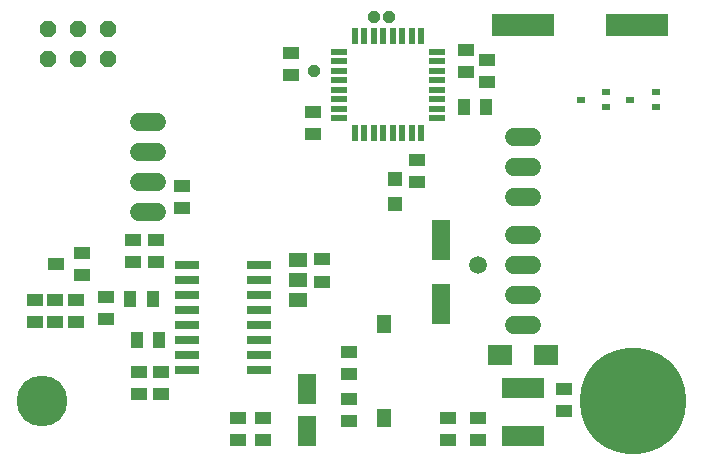
<source format=gbr>
G04 EAGLE Gerber RS-274X export*
G75*
%MOMM*%
%FSLAX34Y34*%
%LPD*%
%INSoldermask Top*%
%IPPOS*%
%AMOC8*
5,1,8,0,0,1.08239X$1,22.5*%
G01*
%ADD10R,1.397000X1.092200*%
%ADD11R,1.092200X1.397000*%
%ADD12R,2.032000X0.660400*%
%ADD13R,1.500000X1.300000*%
%ADD14R,3.600000X1.800000*%
%ADD15R,5.334000X1.930400*%
%ADD16R,1.200000X1.600000*%
%ADD17R,1.400000X1.000000*%
%ADD18C,1.500000*%
%ADD19R,1.473200X0.508000*%
%ADD20R,0.508000X1.473200*%
%ADD21C,9.000000*%
%ADD22C,4.300000*%
%ADD23R,1.600000X3.500000*%
%ADD24R,1.600000X2.600000*%
%ADD25P,1.484606X8X202.500000*%
%ADD26R,1.200000X1.200000*%
%ADD27P,1.099708X8X112.500000*%
%ADD28R,0.700000X0.600000*%
%ADD29R,2.100000X1.800000*%
%ADD30C,1.500000*%


D10*
X393700Y35592D03*
X393700Y16796D03*
X127000Y186404D03*
X127000Y167608D03*
X61119Y116808D03*
X61119Y135604D03*
X43656Y116808D03*
X43656Y135604D03*
D11*
X130302Y101600D03*
X149098Y101600D03*
D10*
X408781Y347139D03*
X408781Y328343D03*
X168275Y231648D03*
X168275Y212852D03*
X426244Y338804D03*
X426244Y320008D03*
X309563Y91154D03*
X309563Y72358D03*
X419100Y35592D03*
X419100Y16796D03*
X260350Y325565D03*
X260350Y344361D03*
D11*
X426117Y298450D03*
X407321Y298450D03*
D12*
X172466Y165100D03*
X233934Y165100D03*
X172466Y152400D03*
X172466Y139700D03*
X233934Y152400D03*
X233934Y139700D03*
X172466Y127000D03*
X233934Y127000D03*
X172466Y114300D03*
X233934Y114300D03*
X172466Y101600D03*
X172466Y88900D03*
X233934Y101600D03*
X233934Y88900D03*
X172466Y76200D03*
X233934Y76200D03*
D13*
X266700Y169400D03*
X266700Y152400D03*
X266700Y135400D03*
D10*
X78581Y135604D03*
X78581Y116808D03*
D14*
X457200Y20481D03*
X457200Y60481D03*
D15*
X456962Y368300D03*
X553482Y368300D03*
D10*
X309563Y51467D03*
X309563Y32671D03*
X103981Y119190D03*
X103981Y137986D03*
D11*
X143542Y136525D03*
X124746Y136525D03*
D10*
X150813Y55690D03*
X150813Y74486D03*
X131763Y55690D03*
X131763Y74486D03*
D16*
X339725Y35706D03*
X339725Y115106D03*
D17*
X62025Y165894D03*
X84025Y175394D03*
X84025Y156394D03*
D18*
X132200Y285750D02*
X147200Y285750D01*
X147200Y260350D02*
X132200Y260350D01*
X132200Y234950D02*
X147200Y234950D01*
X147200Y209550D02*
X132200Y209550D01*
X449700Y114300D02*
X464700Y114300D01*
X464700Y139700D02*
X449700Y139700D01*
X449700Y165100D02*
X464700Y165100D01*
X464700Y190500D02*
X449700Y190500D01*
D19*
X384048Y289560D03*
X384048Y297434D03*
X384048Y305562D03*
X384048Y313436D03*
X384048Y321564D03*
X384048Y329438D03*
X384048Y337566D03*
X384048Y345440D03*
D20*
X370840Y358648D03*
X362966Y358648D03*
X354838Y358648D03*
X346964Y358648D03*
X338836Y358648D03*
X330962Y358648D03*
X322834Y358648D03*
X314960Y358648D03*
D19*
X301752Y345440D03*
X301752Y337566D03*
X301752Y329438D03*
X301752Y321564D03*
X301752Y313436D03*
X301752Y305562D03*
X301752Y297434D03*
X301752Y289560D03*
D20*
X314960Y276352D03*
X322834Y276352D03*
X330962Y276352D03*
X338836Y276352D03*
X346964Y276352D03*
X354838Y276352D03*
X362966Y276352D03*
X370840Y276352D03*
D21*
X550000Y50000D03*
D22*
X50000Y50000D03*
D10*
X492125Y41402D03*
X492125Y60198D03*
X146050Y186404D03*
X146050Y167608D03*
D18*
X449700Y222250D02*
X464700Y222250D01*
X464700Y247650D02*
X449700Y247650D01*
X449700Y273050D02*
X464700Y273050D01*
D10*
X279400Y275558D03*
X279400Y294354D03*
D23*
X387350Y131750D03*
X387350Y185750D03*
D24*
X274638Y24069D03*
X274638Y60069D03*
D10*
X237331Y35592D03*
X237331Y16796D03*
X215900Y35592D03*
X215900Y16796D03*
D25*
X105569Y365125D03*
X105569Y339725D03*
X80169Y365125D03*
X80169Y339725D03*
X54769Y365125D03*
X54769Y339725D03*
D26*
X348456Y216513D03*
X348456Y237513D03*
D10*
X367506Y235077D03*
X367506Y253873D03*
D27*
X280194Y329406D03*
X343694Y374650D03*
X330994Y374650D03*
D28*
X527481Y298300D03*
X527481Y311300D03*
X505981Y304800D03*
X569550Y298300D03*
X569550Y311300D03*
X548050Y304800D03*
D29*
X476700Y88900D03*
X437700Y88900D03*
D10*
X287338Y150940D03*
X287338Y169736D03*
D30*
X419100Y165100D03*
M02*

</source>
